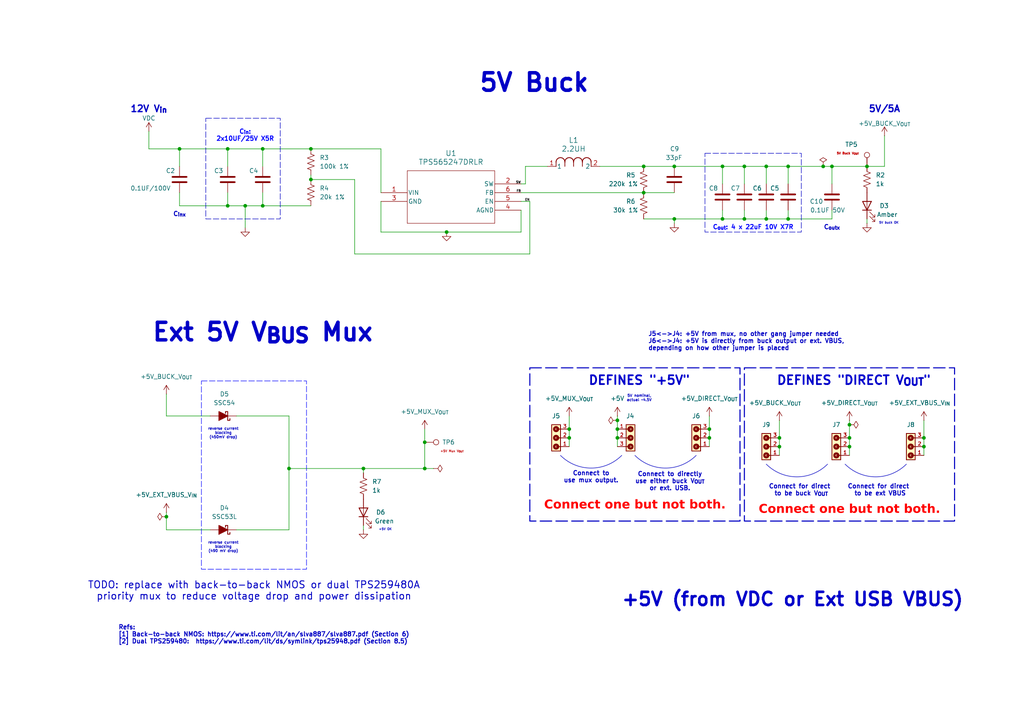
<source format=kicad_sch>
(kicad_sch (version 20231120) (generator "eeschema") (generator_version "8.0")
  (paper "A4")
  (lib_symbols
    (symbol "+5v_buck_vout:+5V_BUCK_VOUT" (power) (pin_numbers hide) (pin_names (offset 0) hide)
      (property "Value" "+5V_BUCK_V_{OUT}" (at 0 3.556 0))
      (symbol "+5V_BUCK_VOUT_0_1"
        (polyline (pts (xy -0.762 1.27) (xy 0 2.54)))
        (polyline (pts (xy 0 0) (xy 0 2.54)))
        (polyline (pts (xy 0 2.54) (xy 0.762 1.27)))
      )
      (symbol "+5V_BUCK_VOUT_1_1"
        (pin power_in line (at 0 0 90) (length 0) (name "~") (number "1"))
      )
    )
    (symbol "+5v_direct_vout:+5V_DIRECT_V_{OUT}" (power) (pin_numbers hide) (pin_names (offset 0) hide)
      (property "Value" "+5V_DIRECT_V_{OUT}" (at 0 3.556 0))
      (symbol "+5V_DIRECT_V_{OUT}_0_1"
        (polyline (pts (xy -0.762 1.27) (xy 0 2.54)))
        (polyline (pts (xy 0 0) (xy 0 2.54)))
        (polyline (pts (xy 0 2.54) (xy 0.762 1.27)))
      )
      (symbol "+5V_DIRECT_V_{OUT}_1_1"
        (pin power_in line (at 0 0 90) (length 0) (name "~") (number "1"))
      )
    )
    (symbol "+5v_ext_vbus:+5V_EXT_VBUS_V_{IN}" (power) (pin_numbers hide) (pin_names (offset 0) hide)
      (property "Value" "+5V_EXT_VBUS_V_{IN}" (at 0 3.556 0))
      (symbol "+5V_EXT_VBUS_V_{IN}_0_1"
        (polyline (pts (xy -0.762 1.27) (xy 0 2.54)))
        (polyline (pts (xy 0 0) (xy 0 2.54)))
        (polyline (pts (xy 0 2.54) (xy 0.762 1.27)))
      )
      (symbol "+5V_EXT_VBUS_V_{IN}_1_1"
        (pin power_in line (at 0 0 90) (length 0) (name "~") (number "1"))
      )
    )
    (symbol "+5v_mux_vout:+5V_MUX_V_{OUT}" (power) (pin_numbers hide) (pin_names (offset 0) hide)
      (property "Value" "+5V_MUX_V_{OUT}" (at 0 3.556 0))
      (symbol "+5V_MUX_V_{OUT}_0_1"
        (polyline (pts (xy -0.762 1.27) (xy 0 2.54)))
        (polyline (pts (xy 0 0) (xy 0 2.54)))
        (polyline (pts (xy 0 2.54) (xy 0.762 1.27)))
      )
      (symbol "+5V_MUX_V_{OUT}_1_1"
        (pin power_in line (at 0 0 90) (length 0) (name "~") (number "1"))
      )
    )
    (symbol "61300311121:6130XX11121_61300311121" (pin_names (offset 1.016))
      (property "Reference" "J" (at -5.08 -1.778 0))
      (property "Value" "6130XX11121_61300311121" (at -5.08 -5.08 0))
      (symbol "6130XX11121_61300311121_0_0"
        (rectangle (start -3.81 -2.54) (end 3.81 0) (stroke (width 0.254)) (fill (type background)))
        (circle (center -2.54 -1.27) (radius 0.254) (stroke (width 0.635)))
        (circle (center 0 -1.27) (radius 0.254) (stroke (width 0.635)))
        (polyline (pts (xy -2.54 -1.27) (xy -2.54 -2.54)) (stroke (width 0.254)))
        (polyline (pts (xy 0 -1.27) (xy 0 -2.54)) (stroke (width 0.254)))
        (polyline (pts (xy 2.54 -1.27) (xy 2.54 -2.54)) (stroke (width 0.254)))
        (circle (center 2.54 -1.27) (radius 0.254) (stroke (width 0.635)))
        (pin passive line (at -2.54 -5.08 90) (length 2.54) (name "~") (number "1"))
        (pin passive line (at 0 -5.08 90) (length 2.54) (name "~") (number "2"))
        (pin passive line (at 2.54 -5.08 90) (length 2.54) (name "~") (number "3"))
      )
    )
    (symbol "Connector:TestPoint" (pin_numbers hide) (pin_names (offset 0.762) hide)
      (property "Reference" "TP" (at 0 6.858 0))
      (property "Value" "TestPoint" (at 0 5.08 0))
      (symbol "TestPoint_0_1"
        (circle (center 0 3.302) (radius 0.762))
      )
      (symbol "TestPoint_1_1"
        (pin passive line (at 0 0 90) (length 2.54) (name "1") (number "1"))
      )
    )
    (symbol "Device:C" (pin_numbers hide) (pin_names (offset 0.254))
      (property "Reference" "C" (at 0.635 2.54 0))
      (property "Value" "C" (at 0.635 -2.54 0))
      (symbol "C_0_1"
        (polyline (pts (xy -2.032 -0.762) (xy 2.032 -0.762)) (stroke (width 0.508)))
        (polyline (pts (xy -2.032 0.762) (xy 2.032 0.762)) (stroke (width 0.508)))
      )
      (symbol "C_1_1"
        (pin passive line (at 0 3.81 270) (length 2.794) (name "~") (number "1"))
        (pin passive line (at 0 -3.81 90) (length 2.794) (name "~") (number "2"))
      )
    )
    (symbol "Device:LED" (pin_numbers hide) (pin_names (offset 1.016) hide)
      (property "Reference" "D" (at 0 2.54 0))
      (property "Value" "LED" (at 0 -2.54 0))
      (symbol "LED_0_1"
        (polyline (pts (xy -1.27 -1.27) (xy -1.27 1.27)) (stroke (width 0.254)))
        (polyline (pts (xy -1.27 0) (xy 1.27 0)))
        (polyline (pts (xy 1.27 -1.27) (xy 1.27 1.27) (xy -1.27 0) (xy 1.27 -1.27)) (stroke (width 0.254)))
        (polyline (pts (xy -3.048 -0.762) (xy -4.572 -2.286) (xy -3.81 -2.286) (xy -4.572 -2.286) (xy -4.572 -1.524)))
        (polyline (pts (xy -1.778 -0.762) (xy -3.302 -2.286) (xy -2.54 -2.286) (xy -3.302 -2.286) (xy -3.302 -1.524)))
      )
      (symbol "LED_1_1"
        (pin passive line (at -3.81 0 0) (length 2.54) (name "K") (number "1"))
        (pin passive line (at 3.81 0 180) (length 2.54) (name "A") (number "2"))
      )
    )
    (symbol "Device:R_US" (pin_numbers hide) (pin_names (offset 0))
      (property "Reference" "R" (at 2.54 0 90))
      (property "Value" "R_US" (at -2.54 0 90))
      (symbol "R_US_0_1"
        (polyline (pts (xy 0 -2.286) (xy 0 -2.54)))
        (polyline (pts (xy 0 2.286) (xy 0 2.54)))
        (polyline (pts (xy 0 -0.762) (xy 1.016 -1.143) (xy 0 -1.524) (xy -1.016 -1.905) (xy 0 -2.286)))
        (polyline (pts (xy 0 0.762) (xy 1.016 0.381) (xy 0 0) (xy -1.016 -0.381) (xy 0 -0.762)))
        (polyline (pts (xy 0 2.286) (xy 1.016 1.905) (xy 0 1.524) (xy -1.016 1.143) (xy 0 0.762)))
      )
      (symbol "R_US_1_1"
        (pin passive line (at 0 3.81 270) (length 1.27) (name "~") (number "1"))
        (pin passive line (at 0 -3.81 90) (length 1.27) (name "~") (number "2"))
      )
    )
    (symbol "IHLP3232DZER2R2M11:IHLP3232DZER2R2M11" (pin_names (offset 0.254))
      (property "Reference" "L" (at 6.985 5.08 0))
      (property "Value" "IHLP3232DZER2R2M11" (at 6.985 -2.54 0))
      (symbol "IHLP3232DZER2R2M11_1_1"
        (polyline (pts (xy 2.54 0) (xy 2.54 1.27)) (stroke (width 0.2032)))
        (polyline (pts (xy 5.08 0) (xy 5.08 1.27)) (stroke (width 0.2032)))
        (polyline (pts (xy 7.62 0) (xy 7.62 1.27)) (stroke (width 0.2032)))
        (polyline (pts (xy 10.16 0) (xy 10.16 1.27)) (stroke (width 0.2032)))
        (polyline (pts (xy 12.7 0) (xy 12.7 1.27)) (stroke (width 0.2032)))
        (arc (start 5.08 1.27) (mid 3.81 2.5344) (end 2.54 1.27) (stroke (width 0.254)))
        (arc (start 7.62 1.27) (mid 6.35 2.5344) (end 5.08 1.27) (stroke (width 0.254)))
        (arc (start 10.16 1.27) (mid 8.89 2.5344) (end 7.62 1.27) (stroke (width 0.254)))
        (arc (start 12.7 1.27) (mid 11.43 2.5344) (end 10.16 1.27) (stroke (width 0.254)))
        (pin passive line (at 15.24 0 180) (length 2.54) (name "1") (number "1"))
        (pin passive line (at 0 0 0) (length 2.54) (name "2") (number "2"))
      )
    )
    (symbol "PCM_4ms_Power-symbol:PWR_FLAG" (power) (pin_numbers hide) (pin_names (offset 0) hide)
      (property "Value" "PWR_FLAG" (at 0 3.81 0))
      (symbol "PWR_FLAG_0_0"
        (pin power_out line (at 0 0 90) (length 0) (name "pwr") (number "1"))
      )
      (symbol "PWR_FLAG_0_1"
        (polyline (pts (xy 0 0) (xy 0 1.27) (xy -1.016 1.905) (xy 0 2.54) (xy 1.016 1.905) (xy 0 1.27)))
      )
    )
    (symbol "PCM_Diode_Schottky_AKL:SSC54" (pin_numbers hide) (pin_names (offset 1.016) hide)
      (property "Reference" "D" (at 0 5.08 0))
      (property "Value" "SSC54" (at 0 2.54 0))
      (symbol "SSC54_0_1"
        (polyline (pts (xy -1.27 0) (xy 1.27 0)))
        (polyline (pts (xy -1.27 -1.27) (xy -1.27 1.27) (xy 1.27 0) (xy -1.27 -1.27)) (stroke (width 0.254)) (fill (type outline)))
        (polyline (pts (xy 1.905 -0.762) (xy 1.905 -1.27) (xy 1.27 -1.27) (xy 1.27 1.27) (xy 0.635 1.27) (xy 0.635 0.762)) (stroke (width 0.254)))
      )
      (symbol "SSC54_0_2"
        (polyline (pts (xy -2.54 -2.54) (xy 2.54 2.54)))
        (polyline (pts (xy 0 1.778) (xy 1.778 0)) (stroke (width 0.254)))
        (polyline (pts (xy 0 1.778) (xy -0.381 1.397) (xy 0 1.016)) (stroke (width 0.254)))
        (polyline (pts (xy 1.778 0) (xy 2.159 0.381) (xy 1.778 0.762)) (stroke (width 0.254)))
        (polyline (pts (xy -0.889 -0.889) (xy -1.778 0) (xy 0.889 0.889) (xy 0 -1.778) (xy -0.889 -0.889)) (stroke (width 0.254)) (fill (type outline)))
      )
      (symbol "SSC54_1_1"
        (pin passive line (at 3.81 0 180) (length 2.54) (name "K") (number "1"))
        (pin passive line (at -3.81 0 0) (length 2.54) (name "A") (number "2"))
      )
      (symbol "SSC54_1_2"
        (pin passive line (at 2.54 2.54 180) (length 0) (name "K") (number "1"))
        (pin passive line (at -2.54 -2.54 0) (length 0) (name "A") (number "2"))
      )
    )
    (symbol "TPS565247DRLR:TPS565247DRLR" (pin_names (offset 0.254))
      (property "Reference" "U" (at 20.32 10.16 0))
      (property "Value" "TPS565247DRLR" (at 20.32 7.62 0))
      (symbol "TPS565247DRLR_0_1"
        (polyline (pts (xy 7.62 -10.16) (xy 33.02 -10.16)) (stroke (width 0.127)))
        (polyline (pts (xy 7.62 5.08) (xy 7.62 -10.16)) (stroke (width 0.127)))
        (polyline (pts (xy 33.02 -10.16) (xy 33.02 5.08)) (stroke (width 0.127)))
        (polyline (pts (xy 33.02 5.08) (xy 7.62 5.08)) (stroke (width 0.127)))
        (pin input line (at 40.64 -3.81 180) (length 7.62) (name "EN") (number "5"))
        (pin input line (at 40.64 -1.27 180) (length 7.62) (name "FB") (number "6"))
      )
      (symbol "TPS565247DRLR_1_1"
        (pin power_in line (at 0 -1.27 0) (length 7.62) (name "VIN") (number "1"))
        (pin power_out line (at 40.64 1.27 180) (length 7.62) (name "SW") (number "2"))
        (pin power_in line (at 0 -3.81 0) (length 7.62) (name "GND") (number "3"))
        (pin power_in line (at 40.64 -6.35 180) (length 7.62) (name "AGND") (number "4"))
      )
    )
    (symbol "power:+5V" (power) (pin_numbers hide) (pin_names (offset 0) hide)
      (property "Value" "+5V" (at 0 3.556 0))
      (symbol "+5V_0_1"
        (polyline (pts (xy -0.762 1.27) (xy 0 2.54)))
        (polyline (pts (xy 0 0) (xy 0 2.54)))
        (polyline (pts (xy 0 2.54) (xy 0.762 1.27)))
      )
      (symbol "+5V_1_1"
        (pin power_in line (at 0 0 90) (length 0) (name "~") (number "1"))
      )
    )
    (symbol "power:GND" (power) (pin_numbers hide) (pin_names (offset 0) hide)
      (property "Value" "GND" (at 0 -3.81 0))
      (symbol "GND_0_1"
        (polyline (pts (xy 0 0) (xy 0 -1.27) (xy 1.27 -1.27) (xy 0 -2.54) (xy -1.27 -1.27) (xy 0 -1.27)))
      )
      (symbol "GND_1_1"
        (pin power_in line (at 0 0 270) (length 0) (name "~") (number "1"))
      )
    )
    (symbol "power:VDC" (power) (pin_numbers hide) (pin_names (offset 0) hide)
      (property "Value" "VDC" (at 0 3.556 0))
      (symbol "VDC_0_1"
        (polyline (pts (xy -0.762 1.27) (xy 0 2.54)))
        (polyline (pts (xy 0 0) (xy 0 2.54)))
        (polyline (pts (xy 0 2.54) (xy 0.762 1.27)))
      )
      (symbol "VDC_1_1"
        (pin power_in line (at 0 0 90) (length 0) (name "~") (number "1"))
      )
    )
  )
  (junction (at 123.19 128.27))
  (junction (at 76.2 59.69))
  (junction (at 90.17 52.07))
  (junction (at 83.82 135.89))
  (junction (at 71.12 59.69))
  (junction (at 186.69 55.88))
  (junction (at 222.25 48.26))
  (junction (at 251.46 48.26))
  (junction (at 228.6 48.26))
  (junction (at 246.38 127))
  (junction (at 179.07 127))
  (junction (at 228.6 63.5))
  (junction (at 215.9 48.26))
  (junction (at 165.1 124.46))
  (junction (at 123.19 135.89))
  (junction (at 195.58 48.26))
  (junction (at 267.97 129.54))
  (junction (at 195.58 63.5))
  (junction (at 186.69 48.26))
  (junction (at 226.06 129.54))
  (junction (at 226.06 127))
  (junction (at 209.55 48.26))
  (junction (at 105.41 135.89))
  (junction (at 179.07 124.46))
  (junction (at 205.74 124.46))
  (junction (at 129.54 67.31))
  (junction (at 241.3 48.26))
  (junction (at 179.07 121.92))
  (junction (at 66.04 59.69))
  (junction (at 246.38 129.54))
  (junction (at 267.97 127))
  (junction (at 222.25 63.5))
  (junction (at 238.76 48.26))
  (junction (at 48.26 149.86))
  (junction (at 165.1 127))
  (junction (at 209.55 63.5))
  (junction (at 90.17 43.18))
  (junction (at 66.04 43.18))
  (junction (at 215.9 63.5))
  (junction (at 52.07 43.18))
  (junction (at 76.2 43.18))
  (junction (at 246.38 123.19))
  (junction (at 205.74 127))
  (wire (pts (xy 246.38 129.54) (xy 246.38 132.08)))
  (wire (pts (xy 90.17 52.07) (xy 102.87 52.07)))
  (wire (pts (xy 68.58 120.65) (xy 83.82 120.65)))
  (wire (pts (xy 246.38 127) (xy 246.38 129.54)))
  (wire (pts (xy 105.41 135.89) (xy 123.19 135.89)))
  (wire (pts (xy 43.18 43.18) (xy 43.18 38.1)))
  (wire (pts (xy 228.6 48.26) (xy 222.25 48.26)))
  (wire (pts (xy 71.12 66.04) (xy 71.12 59.69)))
  (wire (pts (xy 151.13 67.31) (xy 129.54 67.31)))
  (wire (pts (xy 241.3 53.34) (xy 241.3 48.26)))
  (wire (pts (xy 222.25 48.26) (xy 222.25 53.34)))
  (wire (pts (xy 226.06 129.54) (xy 226.06 132.08)))
  (wire (pts (xy 205.74 127) (xy 205.74 129.54)))
  (wire (pts (xy 209.55 63.5) (xy 215.9 63.5)))
  (wire (pts (xy 226.06 121.92) (xy 226.06 127)))
  (wire (pts (xy 151.13 60.96) (xy 151.13 67.31)))
  (wire (pts (xy 256.54 48.26) (xy 251.46 48.26)))
  (wire (pts (xy 209.55 63.5) (xy 195.58 63.5)))
  (wire (pts (xy 228.6 48.26) (xy 228.6 53.34)))
  (wire (pts (xy 251.46 48.26) (xy 241.3 48.26)))
  (wire (pts (xy 256.54 48.26) (xy 256.54 39.37)))
  (wire (pts (xy 52.07 43.18) (xy 52.07 48.26)))
  (wire (pts (xy 173.99 48.26) (xy 186.69 48.26)))
  (wire (pts (xy 209.55 60.96) (xy 209.55 63.5)))
  (wire (pts (xy 151.13 55.88) (xy 186.69 55.88)))
  (wire (pts (xy 238.76 48.26) (xy 228.6 48.26)))
  (wire (pts (xy 52.07 59.69) (xy 52.07 55.88)))
  (wire (pts (xy 68.58 153.67) (xy 83.82 153.67)))
  (wire (pts (xy 215.9 60.96) (xy 215.9 63.5)))
  (wire (pts (xy 209.55 48.26) (xy 195.58 48.26)))
  (wire (pts (xy 66.04 43.18) (xy 76.2 43.18)))
  (wire (pts (xy 48.26 114.3) (xy 48.26 120.65)))
  (wire (pts (xy 71.12 59.69) (xy 66.04 59.69)))
  (wire (pts (xy 102.87 52.07) (xy 102.87 73.66)))
  (wire (pts (xy 48.26 120.65) (xy 60.96 120.65)))
  (wire (pts (xy 226.06 127) (xy 226.06 129.54)))
  (wire (pts (xy 267.97 127) (xy 267.97 129.54)))
  (wire (pts (xy 83.82 120.65) (xy 83.82 135.89)))
  (wire (pts (xy 83.82 135.89) (xy 83.82 153.67)))
  (wire (pts (xy 165.1 124.46) (xy 165.1 127)))
  (wire (pts (xy 83.82 135.89) (xy 105.41 135.89)))
  (wire (pts (xy 179.07 124.46) (xy 179.07 127)))
  (wire (pts (xy 215.9 48.26) (xy 215.9 53.34)))
  (wire (pts (xy 222.25 63.5) (xy 228.6 63.5)))
  (wire (pts (xy 48.26 148.59) (xy 48.26 149.86)))
  (wire (pts (xy 215.9 63.5) (xy 222.25 63.5)))
  (wire (pts (xy 48.26 153.67) (xy 60.96 153.67)))
  (wire (pts (xy 152.4 53.34) (xy 151.13 53.34)))
  (wire (pts (xy 66.04 43.18) (xy 52.07 43.18)))
  (wire (pts (xy 66.04 59.69) (xy 66.04 55.88)))
  (wire (pts (xy 205.74 124.46) (xy 205.74 127)))
  (wire (pts (xy 228.6 60.96) (xy 228.6 63.5)))
  (wire (pts (xy 90.17 59.69) (xy 76.2 59.69)))
  (wire (pts (xy 48.26 149.86) (xy 48.26 153.67)))
  (wire (pts (xy 43.18 43.18) (xy 52.07 43.18)))
  (wire (pts (xy 195.58 48.26) (xy 186.69 48.26)))
  (wire (pts (xy 241.3 63.5) (xy 241.3 60.96)))
  (wire (pts (xy 246.38 121.92) (xy 246.38 123.19)))
  (wire (pts (xy 105.41 137.16) (xy 105.41 135.89)))
  (wire (pts (xy 195.58 55.88) (xy 186.69 55.88)))
  (wire (pts (xy 267.97 129.54) (xy 267.97 132.08)))
  (wire (pts (xy 110.49 58.42) (xy 110.49 67.31)))
  (wire (pts (xy 76.2 43.18) (xy 76.2 48.26)))
  (wire (pts (xy 215.9 48.26) (xy 209.55 48.26)))
  (wire (pts (xy 251.46 64.77) (xy 251.46 63.5)))
  (wire (pts (xy 125.73 135.89) (xy 123.19 135.89)))
  (wire (pts (xy 165.1 120.65) (xy 165.1 124.46)))
  (wire (pts (xy 90.17 43.18) (xy 76.2 43.18)))
  (wire (pts (xy 195.58 64.77) (xy 195.58 63.5)))
  (wire (pts (xy 123.19 124.46) (xy 123.19 128.27)))
  (wire (pts (xy 66.04 48.26) (xy 66.04 43.18)))
  (wire (pts (xy 246.38 123.19) (xy 246.38 127)))
  (wire (pts (xy 153.67 58.42) (xy 151.13 58.42)))
  (wire (pts (xy 205.74 120.65) (xy 205.74 124.46)))
  (wire (pts (xy 152.4 48.26) (xy 152.4 53.34)))
  (wire (pts (xy 90.17 50.8) (xy 90.17 52.07)))
  (wire (pts (xy 267.97 121.92) (xy 267.97 127)))
  (wire (pts (xy 76.2 59.69) (xy 76.2 55.88)))
  (wire (pts (xy 195.58 63.5) (xy 186.69 63.5)))
  (wire (pts (xy 123.19 128.27) (xy 123.19 135.89)))
  (wire (pts (xy 165.1 127) (xy 165.1 129.54)))
  (wire (pts (xy 153.67 58.42) (xy 153.67 73.66)))
  (wire (pts (xy 179.07 127) (xy 179.07 129.54)))
  (wire (pts (xy 179.07 121.92) (xy 179.07 124.46)))
  (wire (pts (xy 179.07 120.65) (xy 179.07 121.92)))
  (wire (pts (xy 241.3 48.26) (xy 238.76 48.26)))
  (wire (pts (xy 66.04 59.69) (xy 52.07 59.69)))
  (wire (pts (xy 158.75 48.26) (xy 152.4 48.26)))
  (wire (pts (xy 110.49 43.18) (xy 110.49 55.88)))
  (wire (pts (xy 209.55 53.34) (xy 209.55 48.26)))
  (wire (pts (xy 102.87 73.66) (xy 153.67 73.66)))
  (wire (pts (xy 222.25 48.26) (xy 215.9 48.26)))
  (wire (pts (xy 105.41 153.67) (xy 105.41 152.4)))
  (wire (pts (xy 222.25 60.96) (xy 222.25 63.5)))
  (wire (pts (xy 228.6 63.5) (xy 241.3 63.5)))
  (wire (pts (xy 110.49 43.18) (xy 90.17 43.18)))
  (wire (pts (xy 129.54 67.31) (xy 110.49 67.31)))
  (wire (pts (xy 76.2 59.69) (xy 71.12 59.69)))
  (rectangle (start 59.69 63.5) (end 81.28 34.29) (stroke (width 0) (type dash)))
  (arc (start 240.03 134.62) (mid 231.14 138.3024) (end 222.25 134.62))
  (rectangle (start 58.42 110.49) (end 88.9 165.1) (stroke (width 0.1524) (type dash) (color 0 0 255 1)))
  (arc (start 262.89 134.62) (mid 254 138.3024) (end 245.11 134.62))
  (rectangle (start 215.9 106.68) (end 276.86 151.13) (stroke (width 0.3048) (type dash)))
  (arc (start 180.34 132.08) (mid 171.45 135.7624) (end 162.56 132.08))
  (arc (start 201.93 132.08) (mid 193.04 135.7624) (end 184.15 132.08))
  (rectangle (start 153.67 106.68) (end 214.63 151.13) (stroke (width 0.3048) (type dash)))
  (rectangle (start 204.47 67.31) (end 232.41 44.45) (stroke (width 0) (type dash)))
  (text "+5V (from VDC or Ext USB VBUS)" (at 229.87 173.99 0) (effects (font (size 3.81 3.81) (bold yes))))
  (text "TODO: replace with back-to-back NMOS or dual TPS259480A\npriority mux to reduce voltage drop and power dissipation" (at 73.66 171.45 0) (effects (font (size 2.032 2.032) (thickness 0.254) (bold yes))))
  (text "C_{inx}" (at 52.07 62.23 0) (effects (font (size 1.27 1.27) (thickness 0.254) (bold yes))))
  (text "DEFINES \"+5V\"" (at 185.42 110.49 0) (effects (font (size 2.54 2.54) (bold yes))))
  (text "Connect for direct \nto be buck V_{OUT}" (at 232.41 142.24 0) (effects (font (size 1.27 1.27) (bold yes))))
  (text "5V/5A" (at 256.54 31.75 0) (effects (font (size 1.905 1.905) (thickness 0.381) (bold yes))))
  (text "5V Buck" (at 154.94 24.13 0) (effects (font (size 5.08 5.08) (bold yes))))
  (text "Refs:\n[1] Back-to-back NMOS: https://www.ti.com/lit/an/slva887/slva887.pdf (Section 6)\n[2] Dual TPS259480:  https://www.ti.com/lit/ds/symlink/tps25948.pdf (Section 8.5)" (at 34.29 184.15 0) (effects (font (size 1.27 1.27) (bold yes)) (justify left)))
  (text "12V V_{in}" (at 43.18 31.75 0) (effects (font (size 1.905 1.905) (thickness 0.381) (bold yes))))
  (text "5V buck OK" (at 257.81 64.77 0) (effects (font (size 0.635 0.635) (bold yes))))
  (text "C_{outx}" (at 241.3 66.04 0) (effects (font (size 1.27 1.27) (thickness 0.254) (bold yes))))
  (text "C_{in}:\n2x10UF/25V X5R" (at 71.12 39.37 0) (effects (font (size 1.27 1.27) (thickness 0.254) (bold yes))))
  (text "C_{out}: 4 x 22uF 10V X7R" (at 218.44 66.04 0) (effects (font (size 1.27 1.27) (thickness 0.254) (bold yes))))
  (text "Ext 5V V_{BUS} Mux" (at 76.2 96.52 0) (effects (font (size 5.08 5.08) (bold yes))))
  (text "reverse current\nblocking\n(490 mV drop)" (at 64.77 158.75 0) (effects (font (size 0.762 0.762))))
  (text "+5V OK" (at 111.76 153.67 0) (effects (font (size 0.635 0.635) (bold yes))))
  (text "Connect to\nuse mux output." (at 171.45 138.43 0) (effects (font (size 1.27 1.27) (bold yes))))
  (text "Connect one but not both." (at 184.15 147.32 0) (effects (font (size 2.54 2.54) (thickness 0.2032) (bold yes))))
  (text "reverse current\nblocking\n(450mV drop)" (at 64.77 125.73 0) (effects (font (size 0.762 0.762))))
  (text "DEFINES \"DIRECT V_{OUT}\"" (at 247.65 110.49 0) (effects (font (size 2.54 2.54) (bold yes))))
  (text "Connect for direct \nto be ext VBUS" (at 255.27 142.24 0) (effects (font (size 1.27 1.27) (bold yes))))
  (text "Connect one but not both." (at 246.38 148.59 0) (effects (font (size 2.54 2.54) (thickness 0.2032) (bold yes))))
  (text "5V nominal,\nactual ~4.5V" (at 185.42 115.57 0) (effects (font (size 0.762 0.762))))
  (text "Connect to directly\nuse either buck V_{OUT}\nor ext. USB." (at 194.31 139.7 0) (effects (font (size 1.27 1.27) (bold yes))))
  (text "J5<->J4: +5V from mux, no other gang jumper needed\nJ6<->J4: +5V is directly from buck output or ext. VBUS, \ndepending on how other jumper is placed" (at 187.96 99.06 0) (effects (font (size 1.27 1.27) (bold yes)) (justify left)))
  (label "SW" (at 151.13 53.34 180) (effects (font (size 0.635 0.635))))
  (label "FB" (at 151.13 55.88 180) (effects (font (size 0.635 0.635))))
  (label "EN" (at 153.67 58.42 180) (effects (font (size 0.635 0.635))))
  (symbol (lib_id "61300311121:6130XX11121_61300311121") (at 184.15 127 270) (unit 1)
    (property "Reference" "J4" (at 181.61 120.65 90) (effects (justify left)))
    (property "Value" "+5V" (effects (hide yes)))
    (property "Footprint" "61300311121:61300311121" (effects (hide yes)))
    (property "Datasheet" "https://www.we-online.com/components/products/datasheet/61300311121.pdf" (effects (hide yes)))
    (property "ROWS" "Single" (effects (hide yes)))
    (property "GENDER" "Pin Header" (effects (hide yes)))
    (property "MOUNT" "THT" (effects (hide yes)))
    (property "IR" "3A" (effects (hide yes)))
    (property "VALUE" "61300311121" (effects (hide yes)))
    (property "PACKAGING" "Bag" (effects (hide yes)))
    (property "PART-NUMBER" "61300311121" (effects (hide yes)))
    (property "DATASHEET-URL" "https://www.we-online.com/redexpert/spec/61300311121?ae" (effects (hide yes)))
    (property "PITCH" "2.54mm" (effects (hide yes)))
    (property "PINS" "3" (effects (hide yes)))
    (property "TYPE" "Straight" (effects (hide yes)))
    (property "Digikey" "https://www.digikey.com/en/products/detail/w%C3%BCrth-elektronik/61300311121/4846825" (effects (hide yes)))
    (property "Mfgr" "Wurth" (effects (hide yes)))
    (property "MPN" "61300311121" (effects (hide yes)))
  )
  (symbol (lib_id "61300311121:6130XX11121_61300311121") (at 220.98 129.54 90) (unit 1)
    (property "Reference" "J9" (at 222.25 123.19 90))
    (property "Value" "+5V_BUCK_V_{OUT}" (effects (hide yes)))
    (property "Footprint" "61300311121:61300311121" (effects (hide yes)))
    (property "Datasheet" "https://www.we-online.com/components/products/datasheet/61300311121.pdf" (effects (hide yes)))
    (property "ROWS" "Single" (effects (hide yes)))
    (property "GENDER" "Pin Header" (effects (hide yes)))
    (property "MOUNT" "THT" (effects (hide yes)))
    (property "IR" "3A" (effects (hide yes)))
    (property "VALUE" "61300311121" (effects (hide yes)))
    (property "PACKAGING" "Bag" (effects (hide yes)))
    (property "PART-NUMBER" "61300311121" (effects (hide yes)))
    (property "DATASHEET-URL" "https://www.we-online.com/redexpert/spec/61300311121?ae" (effects (hide yes)))
    (property "PITCH" "2.54mm" (effects (hide yes)))
    (property "PINS" "3" (effects (hide yes)))
    (property "TYPE" "Straight" (effects (hide yes)))
    (property "Digikey" "https://www.digikey.com/en/products/detail/w%C3%BCrth-elektronik/61300311121/4846825" (effects (hide yes)))
    (property "Mfgr" "Wurth" (effects (hide yes)))
    (property "MPN" "61300311121" (effects (hide yes)))
  )
  (symbol (lib_id "Device:R_US") (at 186.69 59.69 0) (mirror y) (unit 1)
    (property "Reference" "R6" (at 181.61 58.42 0) (effects (justify right)))
    (property "Value" "30k 1%" (at 177.8 60.96 0) (effects (justify right)))
    (property "Footprint" "PCM_Resistor_SMD_AKL:R_0603_1608Metric_Pad0.98x0.95mm_HandSolder" (effects (hide yes)))
    (property "Datasheet" "https://www.yageo.com/upload/media/product/products/datasheet/rchip/PYu-RC_Group_51_RoHS_L_12.pdf" (effects (hide yes)))
    (property "Description" "RES 30K OHM 1% 1/10W 0603" (effects (hide yes)))
    (property "Mfgr" "YAGEO" (effects (hide yes)))
    (property "MPN" "RC0603FR-0730KL" (effects (hide yes)))
    (property "Digikey" "https://www.digikey.com/en/products/detail/yageo/RC0603FR-0730KL/727140" (effects (hide yes)))
  )
  (symbol (lib_id "PCM_4ms_Power-symbol:PWR_FLAG") (at 48.26 149.86 90) (unit 1)
    (property "Reference" "#FLG013" (effects (hide yes)))
    (property "Value" "PWR_FLAG" (effects (hide yes)))
  )
  (symbol (lib_id "power:+5V") (at 179.07 120.65 0) (unit 1)
    (property "Reference" "#PWR06" (effects (hide yes)))
    (property "Value" "+5V" (at 179.07 115.57 0))
    (property "Description" "Power symbol creates a global label with name \"+5V\"" (effects (hide yes)))
  )
  (symbol (lib_id "+5v_buck_vout:+5V_BUCK_VOUT") (at 48.26 114.3 0) (unit 1)
    (property "Reference" "#PWR03" (effects (hide yes)))
    (property "Value" "+5V_BUCK_V_{OUT}" (at 48.26 109.22 0))
    (property "Description" "Power symbol creates a global label with name \"VDC\"" (effects (hide yes)))
  )
  (symbol (lib_id "Device:R_US") (at 105.41 140.97 0) (unit 1)
    (property "Reference" "R7" (at 107.95 139.6999 0) (effects (justify left)))
    (property "Value" "1k" (at 107.95 142.2399 0) (effects (justify left)))
    (property "Footprint" "PCM_Resistor_SMD_AKL:R_0603_1608Metric_Pad1.05x0.95mm_HandSolder" (effects (hide yes)))
    (property "Datasheet" "https://www.yageo.com/upload/media/product/products/datasheet/rchip/PYu-RC_Group_51_RoHS_L_12.pdf" (effects (hide yes)))
    (property "Description" "Resistor, US symbol" (effects (hide yes)))
    (property "Digikey" "https://www.digikey.com/en/products/detail/yageo/RC0603FR-071KL/726843" (effects (hide yes)))
    (property "Mfgr" "YAGEO" (effects (hide yes)))
    (property "MPN" "RC0603FR-071KL" (effects (hide yes)))
  )
  (symbol (lib_id "Device:C") (at 195.58 52.07 0) (unit 1)
    (property "Reference" "C9" (at 194.31 43.18 0) (effects (justify left)))
    (property "Value" "33pF" (at 193.04 45.72 0) (effects (justify left)))
    (property "Footprint" "Capacitor_SMD:C_0402_1005Metric_Pad0.74x0.62mm_HandSolder" (effects (hide yes)))
    (property "Datasheet" "https://search.murata.co.jp/Ceramy/image/img/A01X/G101/ENG/GRM1555C1H330JA01-01.pdf" (effects (hide yes)))
    (property "Description" "Unpolarized capacitor" (effects (hide yes)))
    (property "MPN" "GRM1555C1H330JA01D" (effects (hide yes)))
    (property "Mfgr" "Murata" (effects (hide yes)))
    (property "Digikey" "https://www.digikey.com/en/products/detail/murata-electronics/GRM1555C1H330JA01D/3693846" (effects (hide yes)))
  )
  (symbol (lib_id "61300311121:6130XX11121_61300311121") (at 200.66 127 90) (unit 1)
    (property "Reference" "J6" (at 201.93 120.65 90))
    (property "Value" "+5V_DIRECT_V_{OUT}" (effects (hide yes)))
    (property "Footprint" "61300311121:61300311121" (effects (hide yes)))
    (property "Datasheet" "https://www.we-online.com/components/products/datasheet/61300311121.pdf" (effects (hide yes)))
    (property "ROWS" "Single" (effects (hide yes)))
    (property "GENDER" "Pin Header" (effects (hide yes)))
    (property "MOUNT" "THT" (effects (hide yes)))
    (property "IR" "3A" (effects (hide yes)))
    (property "VALUE" "61300311121" (effects (hide yes)))
    (property "PACKAGING" "Bag" (effects (hide yes)))
    (property "PART-NUMBER" "61300311121" (effects (hide yes)))
    (property "DATASHEET-URL" "https://www.we-online.com/redexpert/spec/61300311121?ae" (effects (hide yes)))
    (property "PITCH" "2.54mm" (effects (hide yes)))
    (property "PINS" "3" (effects (hide yes)))
    (property "TYPE" "Straight" (effects (hide yes)))
    (property "Digikey" "https://www.digikey.com/en/products/detail/w%C3%BCrth-elektronik/61300311121/4846825" (effects (hide yes)))
    (property "Mfgr" "Wurth" (effects (hide yes)))
    (property "MPN" "61300311121" (effects (hide yes)))
  )
  (symbol (lib_id "Device:C") (at 76.2 52.07 0) (mirror y) (unit 1)
    (property "Reference" "C4" (at 74.93 49.53 0) (effects (justify left)))
    (property "Value" "10UF 25V X5R" (effects (hide yes)))
    (property "Footprint" "Capacitor_SMD:C_0805_2012Metric_Pad1.18x1.45mm_HandSolder" (effects (hide yes)))
    (property "Datasheet" "https://search.murata.co.jp/Ceramy/image/img/A01X/G101/ENG/GRM21BR61E106MA73-01.pdf" (effects (hide yes)))
    (property "Description" "Unpolarized capacitor" (effects (hide yes)))
    (property "MPN" "GRM21BR61E106MA73L" (effects (hide yes)))
    (property "Mfgr" "Murata" (effects (hide yes)))
    (property "Digikey" "https://www.digikey.com/en/products/detail/murata-electronics/GRM21BR61E106MA73L/4905533" (effects (hide yes)))
  )
  (symbol (lib_id "Device:LED") (at 105.41 148.59 90) (unit 1)
    (property "Reference" "D6" (at 111.76 148.59 90) (effects (justify left)))
    (property "Value" "Green" (at 114.3 151.13 90) (effects (justify left)))
    (property "Footprint" "LED_SMD:LED_0603_1608Metric_Pad1.05x0.95mm_HandSolder" (effects (hide yes)))
    (property "Datasheet" "https://www.we-online.com/catalog/datasheet/150060VS75000.pdf" (effects (hide yes)))
    (property "Description" "Light emitting diode" (effects (hide yes)))
    (property "Digikey" "https://www.digikey.com/en/products/detail/w%C3%BCrth-elektronik/150060VS75000/4489906" (effects (hide yes)))
    (property "Mfgr" "Wurth" (effects (hide yes)))
    (property "MPN" "150060VS75000" (effects (hide yes)))
  )
  (symbol (lib_id "+5v_ext_vbus:+5V_EXT_VBUS_V_{IN}") (at 267.97 121.92 0) (unit 1)
    (property "Reference" "#PWR047" (effects (hide yes)))
    (property "Value" "+5V_EXT_VBUS_V_{IN}" (at 266.7 116.84 0))
    (property "Description" "Power symbol creates a global label with name \"+5V_EXT_VBUS_V_{IN}\"" (effects (hide yes)))
  )
  (symbol (lib_id "61300311121:6130XX11121_61300311121") (at 241.3 129.54 90) (unit 1)
    (property "Reference" "J7" (at 242.57 123.19 90))
    (property "Value" "+5V_DIRECT_V_{OUT}" (effects (hide yes)))
    (property "Footprint" "61300311121:61300311121" (effects (hide yes)))
    (property "Datasheet" "https://www.we-online.com/components/products/datasheet/61300311121.pdf" (effects (hide yes)))
    (property "ROWS" "Single" (effects (hide yes)))
    (property "GENDER" "Pin Header" (effects (hide yes)))
    (property "MOUNT" "THT" (effects (hide yes)))
    (property "IR" "3A" (effects (hide yes)))
    (property "VALUE" "61300311121" (effects (hide yes)))
    (property "PACKAGING" "Bag" (effects (hide yes)))
    (property "PART-NUMBER" "61300311121" (effects (hide yes)))
    (property "DATASHEET-URL" "https://www.we-online.com/redexpert/spec/61300311121?ae" (effects (hide yes)))
    (property "PITCH" "2.54mm" (effects (hide yes)))
    (property "PINS" "3" (effects (hide yes)))
    (property "TYPE" "Straight" (effects (hide yes)))
    (property "Digikey" "https://www.digikey.com/en/products/detail/w%C3%BCrth-elektronik/61300311121/4846825" (effects (hide yes)))
    (property "Mfgr" "Wurth" (effects (hide yes)))
    (property "MPN" "61300311121" (effects (hide yes)))
  )
  (symbol (lib_id "power:GND") (at 129.54 67.31 0) (mirror y) (unit 1)
    (property "Reference" "#PWR012" (effects (hide yes)))
    (property "Value" "GND" (effects (hide yes)))
    (property "Description" "Power symbol creates a global label with name \"GND\" , ground" (effects (hide yes)))
  )
  (symbol (lib_id "PCM_Diode_Schottky_AKL:SSC54") (at 64.77 153.67 0) (unit 1)
    (property "Reference" "D4" (at 65.0875 147.32 0))
    (property "Value" "SSC53L" (at 65.0875 149.86 0))
    (property "Footprint" "PCM_Diode_SMD_AKL:D_SMC" (effects (hide yes)))
    (property "Datasheet" "https://www.vishay.com/docs/88885/ssc53l.pdf" (effects (hide yes)))
    (property "Description" "SMC Schottky diode, 30V, 5A, Alternate KiCAD Library" (effects (hide yes)))
    (property "Digikey" "https://www.digikey.com/en/products/detail/vishay-general-semiconductor-diodes-division/SSC53L-E3-57T/1091563" (effects (hide yes)))
    (property "MPN" "SSC53L-E3/57T" (effects (hide yes)))
    (property "Mfgr" "Vishay" (effects (hide yes)))
  )
  (symbol (lib_id "61300311121:6130XX11121_61300311121") (at 160.02 127 90) (unit 1)
    (property "Reference" "J5" (at 161.29 120.65 90))
    (property "Value" "+5V_MUX_V_{OUT}" (effects (hide yes)))
    (property "Footprint" "61300311121:61300311121" (effects (hide yes)))
    (property "Datasheet" "https://www.we-online.com/components/products/datasheet/61300311121.pdf" (effects (hide yes)))
    (property "ROWS" "Single" (effects (hide yes)))
    (property "GENDER" "Pin Header" (effects (hide yes)))
    (property "MOUNT" "THT" (effects (hide yes)))
    (property "IR" "3A" (effects (hide yes)))
    (property "VALUE" "61300311121" (effects (hide yes)))
    (property "PACKAGING" "Bag" (effects (hide yes)))
    (property "PART-NUMBER" "61300311121" (effects (hide yes)))
    (property "DATASHEET-URL" "https://www.we-online.com/redexpert/spec/61300311121?ae" (effects (hide yes)))
    (property "PITCH" "2.54mm" (effects (hide yes)))
    (property "PINS" "3" (effects (hide yes)))
    (property "TYPE" "Straight" (effects (hide yes)))
    (property "Digikey" "https://www.digikey.com/en/products/detail/w%C3%BCrth-elektronik/61300311121/4846825" (effects (hide yes)))
    (property "Mfgr" "Wurth" (effects (hide yes)))
    (property "MPN" "61300311121" (effects (hide yes)))
  )
  (symbol (lib_id "+5v_mux_vout:+5V_MUX_V_{OUT}") (at 165.1 120.65 0) (unit 1)
    (property "Reference" "#PWR048" (effects (hide yes)))
    (property "Value" "+5V_MUX_V_{OUT}" (at 165.1 115.57 0))
    (property "Description" "Power symbol creates a global label with name \"+5V_MUX_V_{OUT}\"" (effects (hide yes)))
  )
  (symbol (lib_id "Device:C") (at 209.55 57.15 0) (mirror y) (unit 1)
    (property "Reference" "C8" (at 208.28 54.61 0) (effects (justify left)))
    (property "Value" "22uF 10V X7R" (effects (hide yes)))
    (property "Footprint" "Capacitor_SMD:C_1206_3216Metric_Pad1.33x1.80mm_HandSolder" (effects (hide yes)))
    (property "Datasheet" "https://search.murata.co.jp/Ceramy/image/img/A01X/G101/ENG/GRM31CR71A226KE15-01.pdf" (effects (hide yes)))
    (property "Description" "Unpolarized capacitor" (effects (hide yes)))
    (property "MPN" "GRM31CR71A226KE15L" (effects (hide yes)))
    (property "Mfgr" "Murata" (effects (hide yes)))
    (property "Digikey" "https://www.digikey.com/en/products/detail/murata-electronics/GRM31CR71A226KE15L/2039036" (effects (hide yes)))
  )
  (symbol (lib_id "+5v_direct_vout:+5V_DIRECT_V_{OUT}") (at 246.38 121.92 0) (unit 1)
    (property "Reference" "#PWR044" (effects (hide yes)))
    (property "Value" "+5V_DIRECT_V_{OUT}" (at 246.38 116.84 0))
    (property "Description" "Power symbol creates a global label with name \"+5V_DIRECT_V_{OUT}\"" (effects (hide yes)))
  )
  (symbol (lib_id "PCM_4ms_Power-symbol:PWR_FLAG") (at 125.73 135.89 270) (unit 1)
    (property "Reference" "#FLG04" (effects (hide yes)))
    (property "Value" "PWR_FLAG" (effects (hide yes)))
  )
  (symbol (lib_id "Device:C") (at 52.07 52.07 0) (mirror y) (unit 1)
    (property "Reference" "C2" (at 50.8 49.53 0) (effects (justify left)))
    (property "Value" "0.1UF/100V" (at 49.53 54.61 0) (effects (justify left)))
    (property "Footprint" "Capacitor_SMD:C_0603_1608Metric_Pad1.08x0.95mm_HandSolder" (effects (hide yes)))
    (property "Datasheet" "https://search.murata.co.jp/Ceramy/image/img/A01X/G101/ENG/GRM188R72A104KA35-01.pdf" (effects (hide yes)))
    (property "Description" "Unpolarized capacitor" (effects (hide yes)))
    (property "MPN" "GRM188R72A104KA35D" (effects (hide yes)))
    (property "Mfgr" "Murata" (effects (hide yes)))
    (property "Digikey" "https://www.digikey.com/en/products/detail/murata-electronics/GRM188R72A104KA35D/702549" (effects (hide yes)))
  )
  (symbol (lib_id "PCM_4ms_Power-symbol:PWR_FLAG") (at 238.76 48.26 0) (mirror y) (unit 1)
    (property "Reference" "#FLG01" (effects (hide yes)))
    (property "Value" "PWR_FLAG" (effects (hide yes)))
  )
  (symbol (lib_id "Device:R_US") (at 90.17 46.99 0) (unit 1)
    (property "Reference" "R3" (at 92.71 45.7199 0) (effects (justify left)))
    (property "Value" "100k 1%" (at 92.71 48.2599 0) (effects (justify left)))
    (property "Footprint" "PCM_Resistor_SMD_AKL:R_0603_1608Metric_Pad0.98x0.95mm_HandSolder" (effects (hide yes)))
    (property "Datasheet" "https://www.yageo.com/upload/media/product/products/datasheet/rchip/PYu-RC_Group_51_RoHS_L_12.pdf" (effects (hide yes)))
    (property "Description" "RES 100K OHM 1% 1/10W 0603" (effects (hide yes)))
    (property "Mfgr" "YAGEO" (effects (hide yes)))
    (property "MPN" "RC0603FR-07100KL" (effects (hide yes)))
    (property "Digikey" "https://www.digikey.com/en/products/detail/yageo/RC0603FR-07100KL/726889" (effects (hide yes)))
  )
  (symbol (lib_id "+5v_mux_vout:+5V_MUX_V_{OUT}") (at 123.19 124.46 0) (unit 1)
    (property "Reference" "#PWR043" (effects (hide yes)))
    (property "Value" "+5V_MUX_V_{OUT}" (at 123.19 119.38 0))
    (property "Description" "Power symbol creates a global label with name \"+5V_MUX_V_{OUT}\"" (effects (hide yes)))
  )
  (symbol (lib_id "PCM_Diode_Schottky_AKL:SSC54") (at 64.77 120.65 0) (unit 1)
    (property "Reference" "D5" (at 65.0875 114.3 0))
    (property "Value" "SSC54" (at 65.0875 116.84 0))
    (property "Footprint" "PCM_Diode_SMD_AKL:D_SMC" (effects (hide yes)))
    (property "Datasheet" "https://www.vishay.com/docs/88885/ssc53l.pdf" (effects (hide yes)))
    (property "Description" "SMC Schottky diode, 40V, 5A, Alternate KiCAD Library" (effects (hide yes)))
    (property "Digikey" "https://www.digikey.com/en/products/detail/vishay-general-semiconductor-diodes-division/SSC54-E3-57T/1091564" (effects (hide yes)))
    (property "MPN" "SSC54-E3/57T" (effects (hide yes)))
    (property "Mfgr" "Vishay" (effects (hide yes)))
  )
  (symbol (lib_id "Device:C") (at 215.9 57.15 0) (mirror y) (unit 1)
    (property "Reference" "C7" (at 214.63 54.61 0) (effects (justify left)))
    (property "Value" "22uF 10V X7R" (effects (hide yes)))
    (property "Footprint" "Capacitor_SMD:C_1206_3216Metric_Pad1.33x1.80mm_HandSolder" (effects (hide yes)))
    (property "Datasheet" "https://search.murata.co.jp/Ceramy/image/img/A01X/G101/ENG/GRM31CR71A226KE15-01.pdf" (effects (hide yes)))
    (property "Description" "Unpolarized capacitor" (effects (hide yes)))
    (property "MPN" "GRM31CR71A226KE15L" (effects (hide yes)))
    (property "Mfgr" "Murata" (effects (hide yes)))
    (property "Digikey" "https://www.digikey.com/en/products/detail/murata-electronics/GRM31CR71A226KE15L/2039036" (effects (hide yes)))
  )
  (symbol (lib_id "Device:C") (at 222.25 57.15 0) (mirror y) (unit 1)
    (property "Reference" "C6" (at 220.98 54.61 0) (effects (justify left)))
    (property "Value" "22uF 10V X7R" (effects (hide yes)))
    (property "Footprint" "Capacitor_SMD:C_1206_3216Metric_Pad1.33x1.80mm_HandSolder" (effects (hide yes)))
    (property "Datasheet" "https://search.murata.co.jp/Ceramy/image/img/A01X/G101/ENG/GRM31CR71A226KE15-01.pdf" (effects (hide yes)))
    (property "Description" "Unpolarized capacitor" (effects (hide yes)))
    (property "MPN" "GRM31CR71A226KE15L" (effects (hide yes)))
    (property "Mfgr" "Murata" (effects (hide yes)))
    (property "Digikey" "https://www.digikey.com/en/products/detail/murata-electronics/GRM31CR71A226KE15L/2039036" (effects (hide yes)))
  )
  (symbol (lib_id "TPS565247DRLR:TPS565247DRLR") (at 110.49 54.61 0) (unit 1)
    (property "Reference" "U1" (at 130.81 44.45 0) (effects (font (size 1.524 1.524))))
    (property "Value" "TPS565247DRLR" (at 130.81 46.99 0) (effects (font (size 1.524 1.524))))
    (property "Footprint" "TPS565247DRLR:SOT5X3-6_DRL_TEX" (effects (hide yes)))
    (property "Datasheet" "https://www.ti.com/lit/ds/symlink/tps565242.pdf" (effects (hide yes)))
    (property "Description" "IC REG BUCK ADJ 6A SOT563" (effects (hide yes)))
    (property "Mfgr" "TI" (effects (hide yes)))
    (property "MPN" "TPS565247DRLR" (effects (hide yes)))
    (property "Digikey" "https://www.digikey.com/en/products/detail/texas-instruments/TPS565247DRLR/16585647" (effects (hide yes)))
  )
  (symbol (lib_id "+5v_direct_vout:+5V_DIRECT_V_{OUT}") (at 205.74 120.65 0) (unit 1)
    (property "Reference" "#PWR045" (effects (hide yes)))
    (property "Value" "+5V_DIRECT_V_{OUT}" (at 205.74 115.57 0))
    (property "Description" "Power symbol creates a global label with name \"+5V_DIRECT_V_{OUT}\"" (effects (hide yes)))
  )
  (symbol (lib_id "Connector:TestPoint") (at 251.46 48.26 0) (mirror y) (unit 1)
    (property "Reference" "TP5" (at 245.11 41.91 0) (effects (justify right)))
    (property "Value" "5V Buck V_{OUT}" (at 242.57 44.45 0) (effects (font (size 0.635 0.635) (bold yes)) (justify right)))
    (property "Footprint" "TestPoint:TestPoint_Keystone_5000-5004_Miniature" (effects (hide yes)))
    (property "Datasheet" "https://www.keyelco.com/userAssets/file/M65p56.pdf" (effects (hide yes)))
    (property "Description" "Red test point, +5V DC" (effects (hide yes)))
    (property "Digikey" "https://www.digikey.com/en/products/detail/keystone-electronics/5000/255326" (effects (hide yes)))
    (property "Mfgr" "Keystone" (effects (hide yes)))
    (property "MPN" "5000" (effects (hide yes)))
  )
  (symbol (lib_id "Device:R_US") (at 251.46 52.07 0) (unit 1)
    (property "Reference" "R2" (at 254 50.7999 0) (effects (justify left)))
    (property "Value" "1k" (at 254 53.3399 0) (effects (justify left)))
    (property "Footprint" "PCM_Resistor_SMD_AKL:R_0603_1608Metric_Pad1.05x0.95mm_HandSolder" (effects (hide yes)))
    (property "Datasheet" "https://www.yageo.com/upload/media/product/products/datasheet/rchip/PYu-RC_Group_51_RoHS_L_12.pdf" (effects (hide yes)))
    (property "Description" "Resistor, US symbol" (effects (hide yes)))
    (property "Digikey" "https://www.digikey.com/en/products/detail/yageo/RC0603FR-071KL/726843" (effects (hide yes)))
    (property "Mfgr" "YAGEO" (effects (hide yes)))
    (property "MPN" "RC0603FR-071KL" (effects (hide yes)))
  )
  (symbol (lib_id "Device:C") (at 241.3 57.15 0) (mirror y) (unit 1)
    (property "Reference" "C10" (at 238.76 58.42 0) (effects (justify left)))
    (property "Value" "0.1UF 50V" (at 245.11 60.96 0) (effects (justify left)))
    (property "Footprint" "Capacitor_SMD:C_0603_1608Metric_Pad1.08x0.95mm_HandSolder" (effects (hide yes)))
    (property "Datasheet" "https://search.murata.co.jp/Ceramy/image/img/A01X/G101/ENG/GCM188R71H104KA57-01.pdf" (effects (hide yes)))
    (property "Description" "Unpolarized capacitor" (effects (hide yes)))
    (property "MPN" "GCM188R71H104KA57D" (effects (hide yes)))
    (property "Mfgr" "Murata" (effects (hide yes)))
    (property "Digikey" "https://www.digikey.com/en/products/detail/murata-electronics/GCM188R71H104KA57D/1641653" (effects (hide yes)))
  )
  (symbol (lib_id "Connector:TestPoint") (at 123.19 128.27 270) (mirror x) (unit 1)
    (property "Reference" "TP6" (at 128.27 128.27 90) (effects (justify left)))
    (property "Value" "+5V Mux V_{OUT}" (at 134.62 130.81 90) (effects (font (size 0.635 0.635) (bold yes)) (justify right)))
    (property "Footprint" "TestPoint:TestPoint_Keystone_5000-5004_Miniature" (effects (hide yes)))
    (property "Datasheet" "https://www.keyelco.com/userAssets/file/M65p56.pdf" (effects (hide yes)))
    (property "Description" "Red test point, +5V DC" (effects (hide yes)))
    (property "Digikey" "https://www.digikey.com/en/products/detail/keystone-electronics/5000/255326" (effects (hide yes)))
    (property "Mfgr" "Keystone" (effects (hide yes)))
    (property "MPN" "5000" (effects (hide yes)))
  )
  (symbol (lib_id "61300311121:6130XX11121_61300311121") (at 262.89 129.54 90) (unit 1)
    (property "Reference" "J8" (at 264.16 123.19 90))
    (property "Value" "+5V_EXT_VBUS_V_{IN}" (effects (hide yes)))
    (property "Footprint" "61300311121:61300311121" (effects (hide yes)))
    (property "Datasheet" "https://www.we-online.com/components/products/datasheet/61300311121.pdf" (effects (hide yes)))
    (property "ROWS" "Single" (effects (hide yes)))
    (property "GENDER" "Pin Header" (effects (hide yes)))
    (property "MOUNT" "THT" (effects (hide yes)))
    (property "IR" "3A" (effects (hide yes)))
    (property "VALUE" "61300311121" (effects (hide yes)))
    (property "PACKAGING" "Bag" (effects (hide yes)))
    (property "PART-NUMBER" "61300311121" (effects (hide yes)))
    (property "DATASHEET-URL" "https://www.we-online.com/redexpert/spec/61300311121?ae" (effects (hide yes)))
    (property "PITCH" "2.54mm" (effects (hide yes)))
    (property "PINS" "3" (effects (hide yes)))
    (property "TYPE" "Straight" (effects (hide yes)))
    (property "Digikey" "https://www.digikey.com/en/products/detail/w%C3%BCrth-elektronik/61300311121/4846825" (effects (hide yes)))
    (property "Mfgr" "Wurth" (effects (hide yes)))
    (property "MPN" "61300311121" (effects (hide yes)))
  )
  (symbol (lib_id "IHLP3232DZER2R2M11:IHLP3232DZER2R2M11") (at 173.99 48.26 0) (mirror y) (unit 1)
    (property "Reference" "L1" (at 166.37 40.64 0) (effects (font (size 1.524 1.524))))
    (property "Value" "2.2UH" (at 166.37 43.18 0) (effects (font (size 1.524 1.524))))
    (property "Footprint" "IHLP3232DZER2R2M11:IND_IHLP-3232DZ_VIS" (effects (hide yes)))
    (property "Datasheet" "https://www.vishay.com/docs/34313/ihlp3232dz11.pdf" (effects (hide yes)))
    (property "Description" "FIXED IND 2.2UH 14.5A 9.41 MOHM" (effects (hide yes)))
    (property "Digikey" "https://www.digikey.com/en/products/detail/vishay-dale/IHLP3232DZER2R2M11/2616972" (effects (hide yes)))
    (property "Mfgr" "Vishay Dale" (effects (hide yes)))
    (property "MPN" "IHLP3232DZER2R2M11" (effects (hide yes)))
  )
  (symbol (lib_id "power:GND") (at 195.58 64.77 0) (mirror y) (unit 1)
    (property "Reference" "#PWR011" (effects (hide yes)))
    (property "Value" "GND" (effects (hide yes)))
    (property "Description" "Power symbol creates a global label with name \"GND\" , ground" (effects (hide yes)))
  )
  (symbol (lib_id "Device:LED") (at 251.46 59.69 90) (unit 1)
    (property "Reference" "D3" (at 257.81 59.69 90) (effects (justify left)))
    (property "Value" "Amber" (at 260.35 62.23 90) (effects (justify left)))
    (property "Footprint" "LED_SMD:LED_0603_1608Metric_Pad1.05x0.95mm_HandSolder" (effects (hide yes)))
    (property "Datasheet" "https://www.we-online.com/catalog/datasheet/150060AS75000.pdf" (effects (hide yes)))
    (property "Description" "Light emitting diode" (effects (hide yes)))
    (property "Digikey" "https://www.digikey.com/en/products/detail/würth-elektronik/150060AS75000/10468254" (effects (hide yes)))
    (property "Mfgr" "Wurth" (effects (hide yes)))
    (property "MPN" "150060AS75000" (effects (hide yes)))
  )
  (symbol (lib_id "power:GND") (at 105.41 153.67 0) (mirror y) (unit 1)
    (property "Reference" "#PWR07" (effects (hide yes)))
    (property "Value" "GND" (effects (hide yes)))
    (property "Description" "Power symbol creates a global label with name \"GND\" , ground" (effects (hide yes)))
  )
  (symbol (lib_id "Device:C") (at 66.04 52.07 0) (mirror y) (unit 1)
    (property "Reference" "C3" (at 64.77 49.53 0) (effects (justify left)))
    (property "Value" "10UF 25V X5R" (effects (hide yes)))
    (property "Footprint" "Capacitor_SMD:C_0805_2012Metric_Pad1.18x1.45mm_HandSolder" (effects (hide yes)))
    (property "Datasheet" "https://search.murata.co.jp/Ceramy/image/img/A01X/G101/ENG/GRM21BR61E106MA73-01.pdf" (effects (hide yes)))
    (property "Description" "Unpolarized capacitor" (effects (hide yes)))
    (property "MPN" "GRM21BR61E106MA73L" (effects (hide yes)))
    (property "Mfgr" "Murata" (effects (hide yes)))
    (property "Digikey" "https://www.digikey.com/en/products/detail/murata-electronics/GRM21BR61E106MA73L/4905533" (effects (hide yes)))
  )
  (symbol (lib_id "power:GND") (at 251.46 64.77 0) (mirror y) (unit 1)
    (property "Reference" "#PWR09" (effects (hide yes)))
    (property "Value" "GND" (effects (hide yes)))
    (property "Description" "Power symbol creates a global label with name \"GND\" , ground" (effects (hide yes)))
  )
  (symbol (lib_id "Device:C") (at 228.6 57.15 0) (mirror y) (unit 1)
    (property "Reference" "C5" (at 226.06 54.61 0) (effects (justify left)))
    (property "Value" "22uF 10V X7R" (effects (hide yes)))
    (property "Footprint" "Capacitor_SMD:C_1206_3216Metric_Pad1.33x1.80mm_HandSolder" (effects (hide yes)))
    (property "Datasheet" "https://search.murata.co.jp/Ceramy/image/img/A01X/G101/ENG/GRM31CR71A226KE15-01.pdf" (effects (hide yes)))
    (property "Description" "Unpolarized capacitor" (effects (hide yes)))
    (property "MPN" "GRM31CR71A226KE15L" (effects (hide yes)))
    (property "Mfgr" "Murata" (effects (hide yes)))
    (property "Digikey" "https://www.digikey.com/en/products/detail/murata-electronics/GRM31CR71A226KE15L/2039036" (effects (hide yes)))
  )
  (symbol (lib_id "PCM_4ms_Power-symbol:PWR_FLAG") (at 179.07 121.92 90) (unit 1)
    (property "Reference" "#FLG011" (effects (hide yes)))
    (property "Value" "PWR_FLAG" (effects (hide yes)))
  )
  (symbol (lib_id "+5v_buck_vout:+5V_BUCK_VOUT") (at 256.54 39.37 0) (unit 1)
    (property "Reference" "#PWR05" (effects (hide yes)))
    (property "Value" "+5V_BUCK_V_{OUT}" (at 256.54 35.814 0))
    (property "Description" "Power symbol creates a global label with name \"VDC\"" (effects (hide yes)))
  )
  (symbol (lib_id "power:VDC") (at 43.18 38.1 0) (mirror y) (unit 1)
    (property "Reference" "#PWR015" (effects (hide yes)))
    (property "Value" "VDC" (at 43.18 34.29 0))
    (property "Description" "Power symbol creates a global label with name \"VDC\"" (effects (hide yes)))
  )
  (symbol (lib_id "PCM_4ms_Power-symbol:PWR_FLAG") (at 246.38 123.19 270) (unit 1)
    (property "Reference" "#FLG014" (effects (hide yes)))
    (property "Value" "PWR_FLAG" (effects (hide yes)))
  )
  (symbol (lib_id "Device:R_US") (at 186.69 52.07 0) (mirror y) (unit 1)
    (property "Reference" "R5" (at 181.61 50.8 0) (effects (justify right)))
    (property "Value" "220k 1%" (at 176.53 53.34 0) (effects (justify right)))
    (property "Footprint" "PCM_Resistor_SMD_AKL:R_0603_1608Metric_Pad0.98x0.95mm_HandSolder" (effects (hide yes)))
    (property "Datasheet" "https://www.yageo.com/upload/media/product/products/datasheet/rchip/PYu-RC_Group_51_RoHS_L_12.pdf" (effects (hide yes)))
    (property "Description" "RES 220K OHM 1% 1/10W 0603" (effects (hide yes)))
    (property "Mfgr" "YAGEO" (effects (hide yes)))
    (property "MPN" "RC0603FR-07220KL" (effects (hide yes)))
    (property "Digikey" "https://www.digikey.com/en/products/detail/yageo/RC0603FR-07220KL/727062" (effects (hide yes)))
  )
  (symbol (lib_id "+5v_ext_vbus:+5V_EXT_VBUS_V_{IN}") (at 48.26 148.59 0) (unit 1)
    (property "Reference" "#PWR010" (effects (hide yes)))
    (property "Value" "+5V_EXT_VBUS_V_{IN}" (at 48.26 143.51 0))
    (property "Description" "Power symbol creates a global label with name \"+5V_EXT_VBUS_V_{IN}\"" (effects (hide yes)))
  )
  (symbol (lib_id "Device:R_US") (at 90.17 55.88 0) (unit 1)
    (property "Reference" "R4" (at 92.71 54.6099 0) (effects (justify left)))
    (property "Value" "20k 1%" (at 92.71 57.1499 0) (effects (justify left)))
    (property "Footprint" "PCM_Resistor_SMD_AKL:R_0603_1608Metric_Pad0.98x0.95mm_HandSolder" (effects (hide yes)))
    (property "Datasheet" "https://www.yageo.com/upload/media/product/products/datasheet/rchip/PYu-RC_Group_51_RoHS_L_12.pdf" (effects (hide yes)))
    (property "Description" "RES 20K OHM 1% 1/10W 0603" (effects (hide yes)))
    (property "Mfgr" "YAGEO" (effects (hide yes)))
    (property "MPN" "RC0603FR-0720KL" (effects (hide yes)))
    (property "Digikey" "https://www.digikey.com/en/products/detail/yageo/RC0603FR-0720KL/727040" (effects (hide yes)))
  )
  (symbol (lib_id "+5v_buck_vout:+5V_BUCK_VOUT") (at 226.06 121.92 0) (unit 1)
    (property "Reference" "#PWR046" (effects (hide yes)))
    (property "Value" "+5V_BUCK_V_{OUT}" (at 224.79 116.84 0))
    (property "Description" "Power symbol creates a global label with name \"VDC\"" (effects (hide yes)))
  )
  (symbol (lib_id "power:GND") (at 71.12 66.04 0) (mirror y) (unit 1)
    (property "Reference" "#PWR013" (effects (hide yes)))
    (property "Value" "GND" (effects (hide yes)))
    (property "Description" "Power symbol creates a global label with name \"GND\" , ground" (effects (hide yes)))
  )
)
</source>
